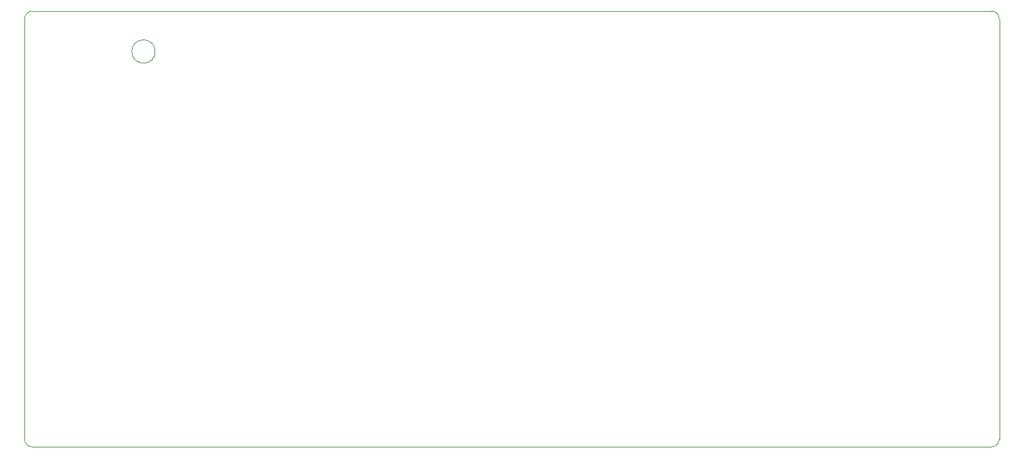
<source format=gbr>
G04 #@! TF.GenerationSoftware,KiCad,Pcbnew,(5.1.5-0)*
G04 #@! TF.CreationDate,2020-01-06T21:19:36-06:00*
G04 #@! TF.ProjectId,PCB,5043422e-6b69-4636-9164-5f7063625858,rev?*
G04 #@! TF.SameCoordinates,Original*
G04 #@! TF.FileFunction,Profile,NP*
%FSLAX46Y46*%
G04 Gerber Fmt 4.6, Leading zero omitted, Abs format (unit mm)*
G04 Created by KiCad (PCBNEW (5.1.5-0)) date 2020-01-06 21:19:36*
%MOMM*%
%LPD*%
G04 APERTURE LIST*
%ADD10C,0.050000*%
%ADD11C,0.120000*%
G04 APERTURE END LIST*
D10*
X91000000Y-126000000D02*
X91000000Y-72000000D01*
X215000000Y-127000000D02*
X92000000Y-127000000D01*
X216000000Y-72000000D02*
X216000000Y-126000000D01*
X92000000Y-71000000D02*
X215000000Y-71000000D01*
X91000000Y-72000000D02*
G75*
G02X92000000Y-71000000I1000000J0D01*
G01*
X92000000Y-127000000D02*
G75*
G02X91000000Y-126000000I0J1000000D01*
G01*
X216000000Y-126000000D02*
G75*
G02X215000000Y-127000000I-1000000J0D01*
G01*
X215000000Y-71000000D02*
G75*
G02X216000000Y-72000000I0J-1000000D01*
G01*
D11*
X107750000Y-76200000D02*
G75*
G03X107750000Y-76200000I-1500000J0D01*
G01*
M02*

</source>
